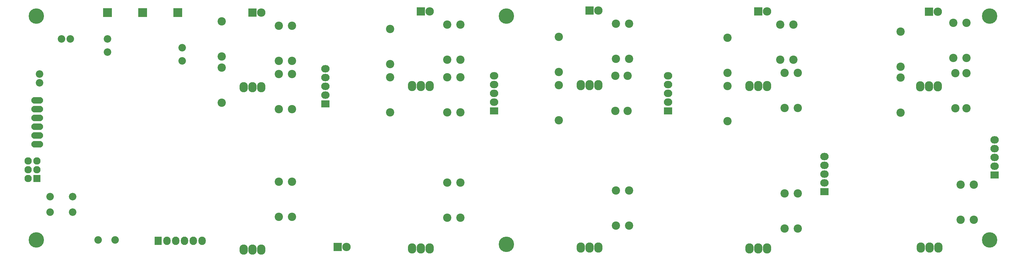
<source format=gbs>
G04 #@! TF.FileFunction,Soldermask,Bot*
%FSLAX46Y46*%
G04 Gerber Fmt 4.6, Leading zero omitted, Abs format (unit mm)*
G04 Created by KiCad (PCBNEW (2015-08-28 BZR 6132)-product) date Friday, October 16, 2015 'PMt' 04:58:48 PM*
%MOMM*%
G01*
G04 APERTURE LIST*
%ADD10C,0.100000*%
%ADD11C,2.178000*%
%ADD12R,2.127200X2.127200*%
%ADD13O,2.127200X2.127200*%
%ADD14O,3.414980X1.906220*%
%ADD15R,2.635200X2.635200*%
%ADD16R,2.432000X2.127200*%
%ADD17O,2.432000X2.127200*%
%ADD18R,2.127200X2.432000*%
%ADD19O,2.127200X2.432000*%
%ADD20R,2.432000X2.432000*%
%ADD21O,2.432000X2.432000*%
%ADD22C,2.398980*%
%ADD23C,4.464000*%
%ADD24O,2.432000X2.940000*%
G04 APERTURE END LIST*
D10*
D11*
X17399000Y-44704000D03*
X17399000Y-47244000D03*
X26289000Y-34544000D03*
X23749000Y-34544000D03*
D12*
X16637000Y-74930000D03*
D13*
X14097000Y-74930000D03*
X16637000Y-72390000D03*
X14097000Y-72390000D03*
X16637000Y-69850000D03*
X14097000Y-69850000D03*
D14*
X16764000Y-65024000D03*
X16764000Y-62484000D03*
X16764000Y-59944000D03*
X16764000Y-57404000D03*
X16764000Y-54864000D03*
X16764000Y-52324000D03*
D15*
X57404000Y-26924000D03*
D16*
X100076000Y-53340000D03*
D17*
X100076000Y-50800000D03*
X100076000Y-48260000D03*
X100076000Y-45720000D03*
X100076000Y-43180000D03*
D16*
X199136000Y-55372000D03*
D17*
X199136000Y-52832000D03*
X199136000Y-50292000D03*
X199136000Y-47752000D03*
X199136000Y-45212000D03*
D16*
X293497000Y-73914000D03*
D17*
X293497000Y-71374000D03*
X293497000Y-68834000D03*
X293497000Y-66294000D03*
X293497000Y-63754000D03*
D16*
X148844000Y-55372000D03*
D17*
X148844000Y-52832000D03*
X148844000Y-50292000D03*
X148844000Y-47752000D03*
X148844000Y-45212000D03*
D16*
X244348000Y-78740000D03*
D17*
X244348000Y-76200000D03*
X244348000Y-73660000D03*
X244348000Y-71120000D03*
X244348000Y-68580000D03*
D15*
X37084000Y-26924000D03*
X47244000Y-26924000D03*
D18*
X51689000Y-92964000D03*
D19*
X54229000Y-92964000D03*
X56769000Y-92964000D03*
X59309000Y-92964000D03*
X61849000Y-92964000D03*
X64389000Y-92964000D03*
D20*
X78994000Y-26924000D03*
D21*
X81534000Y-26924000D03*
D20*
X127635000Y-26543000D03*
D21*
X130175000Y-26543000D03*
D20*
X176403000Y-26289000D03*
D21*
X178943000Y-26289000D03*
D20*
X225171000Y-26543000D03*
D21*
X227711000Y-26543000D03*
D20*
X274574000Y-26670000D03*
D21*
X277114000Y-26670000D03*
D20*
X103632000Y-94742000D03*
D21*
X106172000Y-94742000D03*
D11*
X37084000Y-34544000D03*
X37084000Y-38354000D03*
X58674000Y-40894000D03*
X58674000Y-37084000D03*
D22*
X90424000Y-54864000D03*
X90424000Y-44704000D03*
X86614000Y-40894000D03*
X86614000Y-30734000D03*
X86614000Y-85979000D03*
X86614000Y-75819000D03*
X90424000Y-75819000D03*
X90424000Y-85979000D03*
X86614000Y-44704000D03*
X86614000Y-54864000D03*
X70104000Y-42799000D03*
X70104000Y-52959000D03*
X139065000Y-55753000D03*
X139065000Y-45593000D03*
X135255000Y-40513000D03*
X135255000Y-30353000D03*
X139065000Y-86233000D03*
X139065000Y-76073000D03*
X135255000Y-76073000D03*
X135255000Y-86233000D03*
X135255000Y-45593000D03*
X135255000Y-55753000D03*
X139065000Y-40513000D03*
X139065000Y-30353000D03*
X118745000Y-31623000D03*
X118745000Y-41783000D03*
X118745000Y-45593000D03*
X118745000Y-55753000D03*
X187452000Y-55372000D03*
X187452000Y-45212000D03*
X184023000Y-40259000D03*
X184023000Y-30099000D03*
X184023000Y-88519000D03*
X184023000Y-78359000D03*
X187833000Y-78359000D03*
X187833000Y-88519000D03*
X183896000Y-45212000D03*
X183896000Y-55372000D03*
X167513000Y-33909000D03*
X167513000Y-44069000D03*
X167513000Y-47879000D03*
X167513000Y-58039000D03*
X236601000Y-54483000D03*
X236601000Y-44323000D03*
X231521000Y-40513000D03*
X231521000Y-30353000D03*
X232791000Y-89408000D03*
X232791000Y-79248000D03*
X236601000Y-79248000D03*
X236601000Y-89408000D03*
X232791000Y-44323000D03*
X232791000Y-54483000D03*
X235331000Y-40513000D03*
X235331000Y-30353000D03*
X216281000Y-34163000D03*
X216281000Y-44323000D03*
X216281000Y-48133000D03*
X216281000Y-58293000D03*
X285369000Y-54610000D03*
X285369000Y-44450000D03*
X281559000Y-40005000D03*
X281559000Y-29845000D03*
X283718000Y-86868000D03*
X283718000Y-76708000D03*
X287528000Y-76708000D03*
X287528000Y-86868000D03*
X282194000Y-44450000D03*
X282194000Y-54610000D03*
X285369000Y-40005000D03*
X285369000Y-29845000D03*
X266319000Y-32385000D03*
X266319000Y-42545000D03*
X266319000Y-45720000D03*
X266319000Y-55880000D03*
X70104000Y-29464000D03*
X70104000Y-39624000D03*
X90424000Y-40894000D03*
X90424000Y-30734000D03*
D23*
X16510000Y-27940000D03*
X16510000Y-92710000D03*
X292100000Y-92710000D03*
X292100000Y-27940000D03*
X152400000Y-93980000D03*
X152400000Y-27940000D03*
D22*
X187833000Y-40259000D03*
X187833000Y-30099000D03*
D11*
X34389060Y-92710000D03*
X39270940Y-92710000D03*
X20499000Y-84673000D03*
X20499000Y-80173000D03*
X26999000Y-84673000D03*
X26999000Y-80173000D03*
D24*
X127635000Y-95123000D03*
X125095000Y-95123000D03*
X130175000Y-95123000D03*
X127635000Y-48133000D03*
X130175000Y-48133000D03*
X125095000Y-48133000D03*
X78994000Y-95504000D03*
X76454000Y-95504000D03*
X81534000Y-95504000D03*
X78994000Y-48514000D03*
X81534000Y-48514000D03*
X76454000Y-48514000D03*
X176403000Y-47879000D03*
X178943000Y-47879000D03*
X173863000Y-47879000D03*
X176403000Y-94869000D03*
X173863000Y-94869000D03*
X178943000Y-94869000D03*
X225171000Y-48133000D03*
X227711000Y-48133000D03*
X222631000Y-48133000D03*
X225171000Y-95123000D03*
X222631000Y-95123000D03*
X227711000Y-95123000D03*
X274574000Y-48260000D03*
X277114000Y-48260000D03*
X272034000Y-48260000D03*
X274701000Y-94869000D03*
X272161000Y-94869000D03*
X277241000Y-94869000D03*
M02*

</source>
